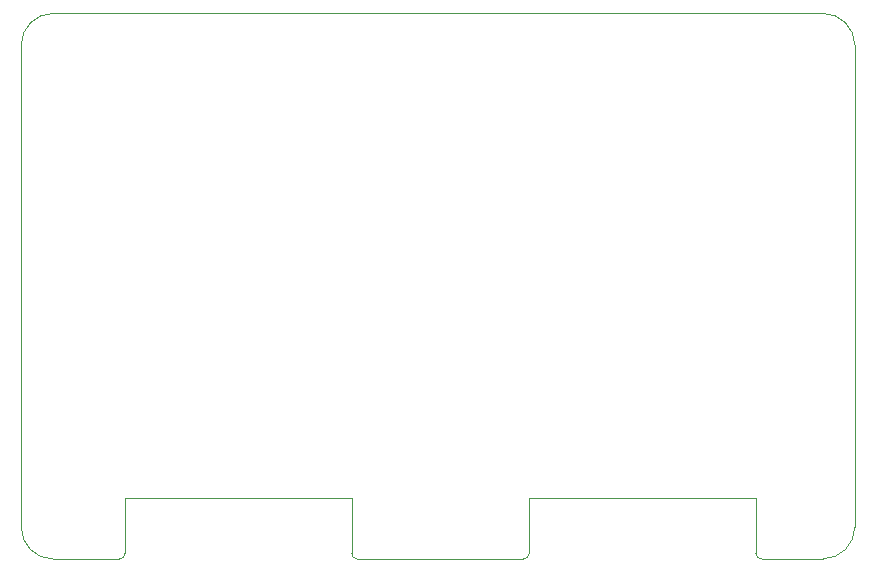
<source format=gbr>
G04 #@! TF.GenerationSoftware,KiCad,Pcbnew,8.0.4*
G04 #@! TF.CreationDate,2024-12-17T15:55:11+02:00*
G04 #@! TF.ProjectId,core,636f7265-2e6b-4696-9361-645f70636258,1.0*
G04 #@! TF.SameCoordinates,Original*
G04 #@! TF.FileFunction,Profile,NP*
%FSLAX46Y46*%
G04 Gerber Fmt 4.6, Leading zero omitted, Abs format (unit mm)*
G04 Created by KiCad (PCBNEW 8.0.4) date 2024-12-17 15:55:11*
%MOMM*%
%LPD*%
G01*
G04 APERTURE LIST*
G04 #@! TA.AperFunction,Profile*
%ADD10C,0.050000*%
G04 #@! TD*
G04 APERTURE END LIST*
D10*
X184485000Y-94585000D02*
G75*
G02*
X183985000Y-94085000I0J500000D01*
G01*
X164815000Y-94100003D02*
G75*
G02*
X164315001Y-94600000I-500000J3D01*
G01*
X130600000Y-94100098D02*
G75*
G02*
X130100098Y-94600100I-500000J-2D01*
G01*
X150270001Y-94600021D02*
G75*
G02*
X149769979Y-94100021I-1J500021D01*
G01*
X149770000Y-89465000D02*
X149770000Y-94100021D01*
X121800000Y-51100000D02*
G75*
G02*
X124500000Y-48400000I2700000J0D01*
G01*
X124500531Y-94601200D02*
G75*
G02*
X121800000Y-91901201I-531J2700000D01*
G01*
X192385000Y-91885000D02*
G75*
G02*
X189685000Y-94585000I-2700000J0D01*
G01*
X189685000Y-48400000D02*
G75*
G02*
X192385000Y-51100000I0J-2700000D01*
G01*
X183985000Y-89450000D02*
X183985000Y-94085000D01*
X124500531Y-94601200D02*
X130100098Y-94600098D01*
X183985000Y-89450000D02*
X164815000Y-89450000D01*
X121800000Y-51100000D02*
X121800000Y-91901201D01*
X150270001Y-94600021D02*
X164315001Y-94600003D01*
X149770000Y-89465000D02*
X130600000Y-89465000D01*
X130600000Y-89465000D02*
X130600000Y-94100098D01*
X192385000Y-51100000D02*
X192385000Y-91885000D01*
X124500000Y-48400000D02*
X189685000Y-48400000D01*
X184485000Y-94585000D02*
X189685000Y-94585000D01*
X164815000Y-89450000D02*
X164815000Y-94100003D01*
M02*

</source>
